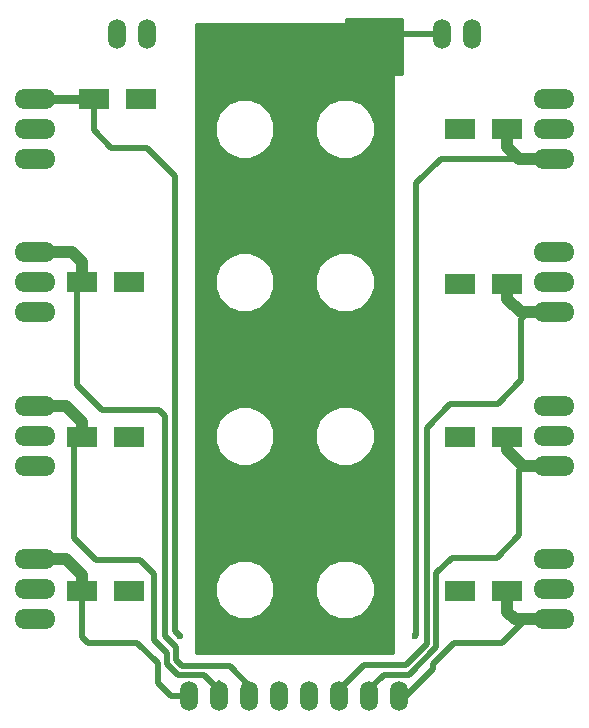
<source format=gbr>
G04 #@! TF.FileFunction,Copper,L1,Top,Signal*
%FSLAX46Y46*%
G04 Gerber Fmt 4.6, Leading zero omitted, Abs format (unit mm)*
G04 Created by KiCad (PCBNEW 4.0.4-stable) date 11/29/17 11:53:15*
%MOMM*%
%LPD*%
G01*
G04 APERTURE LIST*
%ADD10C,0.100000*%
%ADD11O,3.500120X1.699260*%
%ADD12O,1.520000X2.520000*%
%ADD13R,2.500000X1.800000*%
%ADD14C,0.600000*%
%ADD15C,0.250000*%
%ADD16C,0.500000*%
%ADD17C,0.350000*%
%ADD18C,1.000000*%
%ADD19C,0.750000*%
%ADD20C,0.254000*%
G04 APERTURE END LIST*
D10*
D11*
X177000000Y-93000000D03*
X177000000Y-95540000D03*
X177000000Y-90460000D03*
X177000000Y-80000000D03*
X177000000Y-82540000D03*
X177000000Y-77460000D03*
X133000000Y-80000000D03*
X133000000Y-77460000D03*
X133000000Y-82540000D03*
D12*
X140000000Y-72000000D03*
X142540000Y-72000000D03*
X170000000Y-72000000D03*
X167460000Y-72000000D03*
D11*
X177000000Y-119000000D03*
X177000000Y-121540000D03*
X177000000Y-116460000D03*
X177000000Y-106000000D03*
X177000000Y-108540000D03*
X177000000Y-103460000D03*
X133000000Y-93000000D03*
X133000000Y-90460000D03*
X133000000Y-95540000D03*
X133000000Y-106000000D03*
X133000000Y-103460000D03*
X133000000Y-108540000D03*
X133000000Y-119000000D03*
X133000000Y-116460000D03*
X133000000Y-121540000D03*
D12*
X146100000Y-128000000D03*
X148640000Y-128000000D03*
X151180000Y-128000000D03*
X153720000Y-128000000D03*
X156260000Y-128000000D03*
X158800000Y-128000000D03*
X161340000Y-128000000D03*
X163880000Y-128000000D03*
D13*
X173000000Y-119100000D03*
X169000000Y-119100000D03*
X173000000Y-106100000D03*
X169000000Y-106100000D03*
X173000000Y-93100000D03*
X169000000Y-93100000D03*
X173000000Y-80000000D03*
X169000000Y-80000000D03*
X138000000Y-77500000D03*
X142000000Y-77500000D03*
X137000000Y-93000000D03*
X141000000Y-93000000D03*
X137000000Y-106100000D03*
X141000000Y-106100000D03*
X137000000Y-119100000D03*
X141000000Y-119100000D03*
D14*
X142900000Y-77500000D03*
X142000000Y-77500000D03*
X141100000Y-77500000D03*
X141900000Y-93000000D03*
X141900000Y-106100000D03*
X141900000Y-119100000D03*
X168100000Y-119100000D03*
X169000000Y-119100000D03*
X169900000Y-119100000D03*
X168100000Y-80000000D03*
X169000000Y-80000000D03*
X169900000Y-80000000D03*
X168100000Y-93100000D03*
X169000000Y-93100000D03*
X169900000Y-93100000D03*
X168100000Y-106100000D03*
X169000000Y-106100000D03*
X169900000Y-106100000D03*
X140100000Y-93000000D03*
X141000000Y-93000000D03*
X141000000Y-106100000D03*
X140100000Y-106100000D03*
X140100000Y-119100000D03*
X141000000Y-119100000D03*
X159000000Y-114500000D03*
X160000000Y-114500000D03*
X161000000Y-114500000D03*
X162000000Y-114500000D03*
X163000000Y-114500000D03*
X163000000Y-113500000D03*
X163000000Y-112500000D03*
X163000000Y-111500000D03*
X163000000Y-110500000D03*
X162000000Y-110500000D03*
X161000000Y-110500000D03*
X160000000Y-110500000D03*
X159000000Y-110500000D03*
X159000000Y-111500000D03*
X160000000Y-111500000D03*
X161000000Y-111500000D03*
X162000000Y-111500000D03*
X162000000Y-112500000D03*
X161000000Y-112500000D03*
X160000000Y-112500000D03*
X159000000Y-112500000D03*
X159000000Y-113500000D03*
X160000000Y-113500000D03*
X161000000Y-113500000D03*
X162000000Y-113500000D03*
X159000000Y-101500000D03*
X160000000Y-101500000D03*
X161000000Y-101500000D03*
X162000000Y-101500000D03*
X163000000Y-101500000D03*
X163000000Y-100500000D03*
X163000000Y-99500000D03*
X163000000Y-98500000D03*
X163000000Y-97500000D03*
X162000000Y-97500000D03*
X161000000Y-97500000D03*
X160000000Y-97500000D03*
X159000000Y-97500000D03*
X159000000Y-98500000D03*
X160000000Y-98500000D03*
X161000000Y-98500000D03*
X162000000Y-98500000D03*
X162000000Y-99500000D03*
X161000000Y-99500000D03*
X160000000Y-99500000D03*
X159000000Y-99500000D03*
X159000000Y-100500000D03*
X160000000Y-100500000D03*
X161000000Y-100500000D03*
X162000000Y-100500000D03*
X163000000Y-88500000D03*
X163000000Y-87500000D03*
X163000000Y-86500000D03*
X163000000Y-85500000D03*
X163000000Y-84500000D03*
X162000000Y-84500000D03*
X161000000Y-84500000D03*
X160000000Y-84500000D03*
X159000000Y-84500000D03*
X162000000Y-88500000D03*
X159000000Y-88500000D03*
X160000000Y-88500000D03*
X161000000Y-88500000D03*
X159000000Y-85500000D03*
X160000000Y-85500000D03*
X161000000Y-85500000D03*
X162000000Y-85500000D03*
X162000000Y-86500000D03*
X161000000Y-86500000D03*
X160000000Y-86500000D03*
X159000000Y-86500000D03*
X159000000Y-87500000D03*
X160000000Y-87500000D03*
X161000000Y-87500000D03*
X162000000Y-87500000D03*
X163750000Y-75000000D03*
X163750000Y-74000000D03*
X163750000Y-73000000D03*
X163750000Y-72000000D03*
X163750000Y-71000000D03*
X159750000Y-71000000D03*
X160750000Y-71000000D03*
X161750000Y-71000000D03*
X162750000Y-71000000D03*
X159750000Y-75000000D03*
X161750000Y-75000000D03*
X160750000Y-75000000D03*
X162750000Y-75000000D03*
X162750000Y-73000000D03*
X161750000Y-73000000D03*
X160750000Y-73000000D03*
X159750000Y-73000000D03*
X159750000Y-74000000D03*
X160750000Y-74000000D03*
X161750000Y-74000000D03*
X162750000Y-74000000D03*
X159750000Y-72000000D03*
X160750000Y-72000000D03*
X161750000Y-72000000D03*
X162750000Y-72000000D03*
X165200000Y-122900000D03*
X145300000Y-122900000D03*
D15*
X142900000Y-77500000D02*
X142000000Y-77500000D01*
X141100000Y-77500000D02*
X142000000Y-77500000D01*
X141900000Y-93000000D02*
X141000000Y-93000000D01*
X141900000Y-106100000D02*
X141000000Y-106100000D01*
X141900000Y-119100000D02*
X141000000Y-119100000D01*
X168100000Y-119100000D02*
X169000000Y-119100000D01*
X169900000Y-119100000D02*
X169000000Y-119100000D01*
X168100000Y-80000000D02*
X169000000Y-80000000D01*
X169900000Y-80000000D02*
X169000000Y-80000000D01*
X168100000Y-93100000D02*
X169000000Y-93100000D01*
X169900000Y-93100000D02*
X169000000Y-93100000D01*
X168100000Y-106100000D02*
X169000000Y-106100000D01*
X169900000Y-106100000D02*
X169000000Y-106100000D01*
X140100000Y-93000000D02*
X141000000Y-93000000D01*
X142000000Y-93000000D02*
X141000000Y-93000000D01*
X140100000Y-106100000D02*
X141000000Y-106100000D01*
X140100000Y-119100000D02*
X141000000Y-119100000D01*
X142000000Y-119100000D02*
X141000000Y-119100000D01*
X160000000Y-114500000D02*
X159000000Y-114500000D01*
X161000000Y-114500000D02*
X162000000Y-114500000D01*
X163000000Y-114500000D02*
X163000000Y-113500000D01*
X163000000Y-112500000D02*
X163000000Y-111500000D01*
X163000000Y-110500000D02*
X162000000Y-110500000D01*
X161000000Y-110500000D02*
X160000000Y-110500000D01*
X159000000Y-111500000D02*
X160000000Y-111500000D01*
X161000000Y-111500000D02*
X162000000Y-111500000D01*
X162000000Y-112500000D02*
X161000000Y-112500000D01*
X160000000Y-112500000D02*
X159000000Y-112500000D01*
X159000000Y-113500000D02*
X160000000Y-113500000D01*
X161000000Y-113500000D02*
X162000000Y-113500000D01*
X160000000Y-101500000D02*
X159000000Y-101500000D01*
X161000000Y-101500000D02*
X162000000Y-101500000D01*
X163000000Y-101500000D02*
X163000000Y-100500000D01*
X163000000Y-99500000D02*
X163000000Y-98500000D01*
X163000000Y-97500000D02*
X162000000Y-97500000D01*
X161000000Y-97500000D02*
X160000000Y-97500000D01*
X159000000Y-98500000D02*
X160000000Y-98500000D01*
X161000000Y-98500000D02*
X162000000Y-98500000D01*
X162000000Y-99500000D02*
X161000000Y-99500000D01*
X160000000Y-99500000D02*
X159000000Y-99500000D01*
X159000000Y-100500000D02*
X160000000Y-100500000D01*
X161000000Y-100500000D02*
X162000000Y-100500000D01*
X163000000Y-87500000D02*
X163000000Y-86500000D01*
X163000000Y-85500000D02*
X163000000Y-84500000D01*
X162000000Y-84500000D02*
X161000000Y-84500000D01*
X160000000Y-84500000D02*
X159000000Y-84500000D01*
X163000000Y-88500000D02*
X162000000Y-88500000D01*
X160000000Y-88500000D02*
X159000000Y-88500000D01*
X161000000Y-88500000D02*
X162000000Y-88500000D01*
X159000000Y-85500000D02*
X160000000Y-85500000D01*
X161000000Y-85500000D02*
X162000000Y-85500000D01*
X162000000Y-86500000D02*
X161000000Y-86500000D01*
X160000000Y-86500000D02*
X159000000Y-86500000D01*
X159000000Y-87500000D02*
X160000000Y-87500000D01*
X161000000Y-87500000D02*
X162000000Y-87500000D01*
D16*
X167460000Y-72000000D02*
X163750000Y-72000000D01*
D17*
X163750000Y-75000000D02*
X162750000Y-75000000D01*
X163750000Y-73000000D02*
X163750000Y-74000000D01*
X163750000Y-71000000D02*
X163750000Y-72000000D01*
X160750000Y-71000000D02*
X159750000Y-71000000D01*
X162750000Y-71000000D02*
X161750000Y-71000000D01*
D15*
X162750000Y-75000000D02*
X161750000Y-75000000D01*
X160750000Y-75000000D02*
X159750000Y-75000000D01*
X162750000Y-73000000D02*
X161750000Y-73000000D01*
X160750000Y-73000000D02*
X159750000Y-73000000D01*
X159750000Y-74000000D02*
X160750000Y-74000000D01*
X161750000Y-74000000D02*
X162750000Y-74000000D01*
X159750000Y-72000000D02*
X160750000Y-72000000D01*
X161750000Y-72000000D02*
X162750000Y-72000000D01*
D18*
X177000000Y-121540000D02*
X173640000Y-121540000D01*
X173000000Y-120900000D02*
X173000000Y-119100000D01*
X173640000Y-121540000D02*
X173000000Y-120900000D01*
D16*
X163880000Y-128000000D02*
X164400000Y-128000000D01*
X164400000Y-128000000D02*
X166700000Y-125700000D01*
X174560000Y-121540000D02*
X177000000Y-121540000D01*
X172600000Y-123500000D02*
X174560000Y-121540000D01*
X168500000Y-123500000D02*
X172600000Y-123500000D01*
X166700000Y-125300000D02*
X168500000Y-123500000D01*
X166700000Y-125700000D02*
X166700000Y-125300000D01*
X163880000Y-128000000D02*
X164000000Y-128000000D01*
X161340000Y-128000000D02*
X161340000Y-127460000D01*
X161340000Y-127460000D02*
X162600000Y-126200000D01*
X174000000Y-108880000D02*
X174340000Y-108540000D01*
X174000000Y-114400000D02*
X174000000Y-108880000D01*
X172100000Y-116300000D02*
X174000000Y-114400000D01*
X168300000Y-116300000D02*
X172100000Y-116300000D01*
X167000000Y-117600000D02*
X168300000Y-116300000D01*
X167000000Y-123900000D02*
X167000000Y-117600000D01*
X164700000Y-126200000D02*
X167000000Y-123900000D01*
X162600000Y-126200000D02*
X164700000Y-126200000D01*
D18*
X177000000Y-108540000D02*
X174340000Y-108540000D01*
X173000000Y-107200000D02*
X173000000Y-106100000D01*
X174340000Y-108540000D02*
X173000000Y-107200000D01*
D16*
X161340000Y-128000000D02*
X161340000Y-127760000D01*
X161340000Y-128000000D02*
X161340000Y-127160000D01*
X175710000Y-108540000D02*
X177000000Y-108540000D01*
X161340000Y-128000000D02*
X161340000Y-127660000D01*
X161340000Y-127000000D02*
X161340000Y-128000000D01*
D18*
X177000000Y-95540000D02*
X174140000Y-95540000D01*
X173000000Y-94400000D02*
X173000000Y-93100000D01*
X174140000Y-95540000D02*
X173000000Y-94400000D01*
D16*
X158800000Y-128000000D02*
X158800000Y-127500000D01*
X158800000Y-127500000D02*
X160900002Y-125399998D01*
X174760000Y-95540000D02*
X177000000Y-95540000D01*
X174200000Y-96100000D02*
X174760000Y-95540000D01*
X174200000Y-101300000D02*
X174200000Y-96100000D01*
X172200000Y-103300000D02*
X174200000Y-101300000D01*
X168200000Y-103300000D02*
X172200000Y-103300000D01*
X166200000Y-105300000D02*
X168200000Y-103300000D01*
X166200000Y-123600000D02*
X166200000Y-105300000D01*
X164400002Y-125399998D02*
X166200000Y-123600000D01*
X160900002Y-125399998D02*
X164400002Y-125399998D01*
X175710000Y-95540000D02*
X177000000Y-95540000D01*
D18*
X177000000Y-82540000D02*
X174040000Y-82540000D01*
X173000000Y-81500000D02*
X173000000Y-80000000D01*
X174040000Y-82540000D02*
X173000000Y-81500000D01*
D16*
X167360000Y-82540000D02*
X177000000Y-82540000D01*
X165300000Y-84600000D02*
X167360000Y-82540000D01*
X165300000Y-122800000D02*
X165300000Y-84600000D01*
X165200000Y-122900000D02*
X165300000Y-122800000D01*
X138000000Y-80100000D02*
X138000000Y-77500000D01*
X139500000Y-81600000D02*
X138000000Y-80100000D01*
X142500000Y-81600000D02*
X139500000Y-81600000D01*
X144900000Y-84000000D02*
X142500000Y-81600000D01*
X144900000Y-122500000D02*
X144900000Y-84000000D01*
X145300000Y-122900000D02*
X144900000Y-122500000D01*
D19*
X133000000Y-77460000D02*
X137960000Y-77460000D01*
X137960000Y-77460000D02*
X138000000Y-77500000D01*
D16*
X133040000Y-77500000D02*
X133000000Y-77460000D01*
D18*
X137000000Y-93000000D02*
X137000000Y-91300000D01*
X136160000Y-90460000D02*
X133000000Y-90460000D01*
X137000000Y-91300000D02*
X136160000Y-90460000D01*
D16*
X151180000Y-128000000D02*
X151180000Y-127180000D01*
X151180000Y-127180000D02*
X149499998Y-125499998D01*
X136600000Y-101700000D02*
X136600000Y-93400000D01*
X138700000Y-103800000D02*
X136600000Y-101700000D01*
X143500000Y-103800000D02*
X138700000Y-103800000D01*
X144000000Y-104300000D02*
X143500000Y-103800000D01*
X144000000Y-122900000D02*
X144000000Y-104300000D01*
X145000000Y-123900000D02*
X144000000Y-122900000D01*
X145000000Y-125000000D02*
X145000000Y-123900000D01*
X145499998Y-125499998D02*
X145000000Y-125000000D01*
X149499998Y-125499998D02*
X145499998Y-125499998D01*
X136600000Y-93400000D02*
X137000000Y-93000000D01*
X148640000Y-128000000D02*
X148640000Y-127540000D01*
X148640000Y-127540000D02*
X147300000Y-126200000D01*
X136300000Y-114600000D02*
X136300000Y-106800000D01*
X138200000Y-116500000D02*
X136300000Y-114600000D01*
X141900000Y-116500000D02*
X138200000Y-116500000D01*
X143100000Y-117700000D02*
X141900000Y-116500000D01*
X143100000Y-123300000D02*
X143100000Y-117700000D01*
X144200000Y-124400000D02*
X143100000Y-123300000D01*
X144200000Y-125300000D02*
X144200000Y-124400000D01*
X145100000Y-126200000D02*
X144200000Y-125300000D01*
X147300000Y-126200000D02*
X145100000Y-126200000D01*
X136300000Y-106800000D02*
X137000000Y-106100000D01*
X148640000Y-128000000D02*
X148640000Y-127640000D01*
D18*
X137000000Y-106100000D02*
X137000000Y-104800000D01*
X135660000Y-103460000D02*
X133000000Y-103460000D01*
X137000000Y-104800000D02*
X135660000Y-103460000D01*
D16*
X148640000Y-128000000D02*
X148640000Y-126890000D01*
X148640000Y-128000000D02*
X148640000Y-127140000D01*
D18*
X137000000Y-119100000D02*
X137000000Y-117800000D01*
X135660000Y-116460000D02*
X133000000Y-116460000D01*
X137000000Y-117800000D02*
X135660000Y-116460000D01*
D16*
X146100000Y-128000000D02*
X144500000Y-128000000D01*
X137000000Y-123000000D02*
X137000000Y-119100000D01*
X137500000Y-123500000D02*
X137000000Y-123000000D01*
X141700000Y-123500000D02*
X137500000Y-123500000D01*
X143400000Y-125200000D02*
X141700000Y-123500000D01*
X143400000Y-126900000D02*
X143400000Y-125200000D01*
X144500000Y-128000000D02*
X143400000Y-126900000D01*
D20*
G36*
X164123000Y-75373000D02*
X163500000Y-75373000D01*
X163450590Y-75383006D01*
X163408965Y-75411447D01*
X163381685Y-75453841D01*
X163373000Y-75500000D01*
X163373000Y-124373000D01*
X146627000Y-124373000D01*
X146627000Y-119502015D01*
X148228641Y-119502015D01*
X148613746Y-120434041D01*
X149326208Y-121147748D01*
X150257561Y-121534479D01*
X151266015Y-121535359D01*
X152198041Y-121150254D01*
X152911748Y-120437792D01*
X153298479Y-119506439D01*
X153298482Y-119502015D01*
X156700641Y-119502015D01*
X157085746Y-120434041D01*
X157798208Y-121147748D01*
X158729561Y-121534479D01*
X159738015Y-121535359D01*
X160670041Y-121150254D01*
X161383748Y-120437792D01*
X161770479Y-119506439D01*
X161771359Y-118497985D01*
X161386254Y-117565959D01*
X160673792Y-116852252D01*
X159742439Y-116465521D01*
X158733985Y-116464641D01*
X157801959Y-116849746D01*
X157088252Y-117562208D01*
X156701521Y-118493561D01*
X156700641Y-119502015D01*
X153298482Y-119502015D01*
X153299359Y-118497985D01*
X152914254Y-117565959D01*
X152201792Y-116852252D01*
X151270439Y-116465521D01*
X150261985Y-116464641D01*
X149329959Y-116849746D01*
X148616252Y-117562208D01*
X148229521Y-118493561D01*
X148228641Y-119502015D01*
X146627000Y-119502015D01*
X146627000Y-106502015D01*
X148228641Y-106502015D01*
X148613746Y-107434041D01*
X149326208Y-108147748D01*
X150257561Y-108534479D01*
X151266015Y-108535359D01*
X152198041Y-108150254D01*
X152911748Y-107437792D01*
X153298479Y-106506439D01*
X153298482Y-106502015D01*
X156700641Y-106502015D01*
X157085746Y-107434041D01*
X157798208Y-108147748D01*
X158729561Y-108534479D01*
X159738015Y-108535359D01*
X160670041Y-108150254D01*
X161383748Y-107437792D01*
X161770479Y-106506439D01*
X161771359Y-105497985D01*
X161386254Y-104565959D01*
X160673792Y-103852252D01*
X159742439Y-103465521D01*
X158733985Y-103464641D01*
X157801959Y-103849746D01*
X157088252Y-104562208D01*
X156701521Y-105493561D01*
X156700641Y-106502015D01*
X153298482Y-106502015D01*
X153299359Y-105497985D01*
X152914254Y-104565959D01*
X152201792Y-103852252D01*
X151270439Y-103465521D01*
X150261985Y-103464641D01*
X149329959Y-103849746D01*
X148616252Y-104562208D01*
X148229521Y-105493561D01*
X148228641Y-106502015D01*
X146627000Y-106502015D01*
X146627000Y-93502015D01*
X148228641Y-93502015D01*
X148613746Y-94434041D01*
X149326208Y-95147748D01*
X150257561Y-95534479D01*
X151266015Y-95535359D01*
X152198041Y-95150254D01*
X152911748Y-94437792D01*
X153298479Y-93506439D01*
X153298482Y-93502015D01*
X156700641Y-93502015D01*
X157085746Y-94434041D01*
X157798208Y-95147748D01*
X158729561Y-95534479D01*
X159738015Y-95535359D01*
X160670041Y-95150254D01*
X161383748Y-94437792D01*
X161770479Y-93506439D01*
X161771359Y-92497985D01*
X161386254Y-91565959D01*
X160673792Y-90852252D01*
X159742439Y-90465521D01*
X158733985Y-90464641D01*
X157801959Y-90849746D01*
X157088252Y-91562208D01*
X156701521Y-92493561D01*
X156700641Y-93502015D01*
X153298482Y-93502015D01*
X153299359Y-92497985D01*
X152914254Y-91565959D01*
X152201792Y-90852252D01*
X151270439Y-90465521D01*
X150261985Y-90464641D01*
X149329959Y-90849746D01*
X148616252Y-91562208D01*
X148229521Y-92493561D01*
X148228641Y-93502015D01*
X146627000Y-93502015D01*
X146627000Y-80502015D01*
X148228641Y-80502015D01*
X148613746Y-81434041D01*
X149326208Y-82147748D01*
X150257561Y-82534479D01*
X151266015Y-82535359D01*
X152198041Y-82150254D01*
X152911748Y-81437792D01*
X153298479Y-80506439D01*
X153298482Y-80502015D01*
X156700641Y-80502015D01*
X157085746Y-81434041D01*
X157798208Y-82147748D01*
X158729561Y-82534479D01*
X159738015Y-82535359D01*
X160670041Y-82150254D01*
X161383748Y-81437792D01*
X161770479Y-80506439D01*
X161771359Y-79497985D01*
X161386254Y-78565959D01*
X160673792Y-77852252D01*
X159742439Y-77465521D01*
X158733985Y-77464641D01*
X157801959Y-77849746D01*
X157088252Y-78562208D01*
X156701521Y-79493561D01*
X156700641Y-80502015D01*
X153298482Y-80502015D01*
X153299359Y-79497985D01*
X152914254Y-78565959D01*
X152201792Y-77852252D01*
X151270439Y-77465521D01*
X150261985Y-77464641D01*
X149329959Y-77849746D01*
X148616252Y-78562208D01*
X148229521Y-79493561D01*
X148228641Y-80502015D01*
X146627000Y-80502015D01*
X146627000Y-71127000D01*
X159250000Y-71127000D01*
X159299410Y-71116994D01*
X159341035Y-71088553D01*
X159368315Y-71046159D01*
X159377000Y-71000000D01*
X159377000Y-70710000D01*
X164123000Y-70710000D01*
X164123000Y-75373000D01*
X164123000Y-75373000D01*
G37*
X164123000Y-75373000D02*
X163500000Y-75373000D01*
X163450590Y-75383006D01*
X163408965Y-75411447D01*
X163381685Y-75453841D01*
X163373000Y-75500000D01*
X163373000Y-124373000D01*
X146627000Y-124373000D01*
X146627000Y-119502015D01*
X148228641Y-119502015D01*
X148613746Y-120434041D01*
X149326208Y-121147748D01*
X150257561Y-121534479D01*
X151266015Y-121535359D01*
X152198041Y-121150254D01*
X152911748Y-120437792D01*
X153298479Y-119506439D01*
X153298482Y-119502015D01*
X156700641Y-119502015D01*
X157085746Y-120434041D01*
X157798208Y-121147748D01*
X158729561Y-121534479D01*
X159738015Y-121535359D01*
X160670041Y-121150254D01*
X161383748Y-120437792D01*
X161770479Y-119506439D01*
X161771359Y-118497985D01*
X161386254Y-117565959D01*
X160673792Y-116852252D01*
X159742439Y-116465521D01*
X158733985Y-116464641D01*
X157801959Y-116849746D01*
X157088252Y-117562208D01*
X156701521Y-118493561D01*
X156700641Y-119502015D01*
X153298482Y-119502015D01*
X153299359Y-118497985D01*
X152914254Y-117565959D01*
X152201792Y-116852252D01*
X151270439Y-116465521D01*
X150261985Y-116464641D01*
X149329959Y-116849746D01*
X148616252Y-117562208D01*
X148229521Y-118493561D01*
X148228641Y-119502015D01*
X146627000Y-119502015D01*
X146627000Y-106502015D01*
X148228641Y-106502015D01*
X148613746Y-107434041D01*
X149326208Y-108147748D01*
X150257561Y-108534479D01*
X151266015Y-108535359D01*
X152198041Y-108150254D01*
X152911748Y-107437792D01*
X153298479Y-106506439D01*
X153298482Y-106502015D01*
X156700641Y-106502015D01*
X157085746Y-107434041D01*
X157798208Y-108147748D01*
X158729561Y-108534479D01*
X159738015Y-108535359D01*
X160670041Y-108150254D01*
X161383748Y-107437792D01*
X161770479Y-106506439D01*
X161771359Y-105497985D01*
X161386254Y-104565959D01*
X160673792Y-103852252D01*
X159742439Y-103465521D01*
X158733985Y-103464641D01*
X157801959Y-103849746D01*
X157088252Y-104562208D01*
X156701521Y-105493561D01*
X156700641Y-106502015D01*
X153298482Y-106502015D01*
X153299359Y-105497985D01*
X152914254Y-104565959D01*
X152201792Y-103852252D01*
X151270439Y-103465521D01*
X150261985Y-103464641D01*
X149329959Y-103849746D01*
X148616252Y-104562208D01*
X148229521Y-105493561D01*
X148228641Y-106502015D01*
X146627000Y-106502015D01*
X146627000Y-93502015D01*
X148228641Y-93502015D01*
X148613746Y-94434041D01*
X149326208Y-95147748D01*
X150257561Y-95534479D01*
X151266015Y-95535359D01*
X152198041Y-95150254D01*
X152911748Y-94437792D01*
X153298479Y-93506439D01*
X153298482Y-93502015D01*
X156700641Y-93502015D01*
X157085746Y-94434041D01*
X157798208Y-95147748D01*
X158729561Y-95534479D01*
X159738015Y-95535359D01*
X160670041Y-95150254D01*
X161383748Y-94437792D01*
X161770479Y-93506439D01*
X161771359Y-92497985D01*
X161386254Y-91565959D01*
X160673792Y-90852252D01*
X159742439Y-90465521D01*
X158733985Y-90464641D01*
X157801959Y-90849746D01*
X157088252Y-91562208D01*
X156701521Y-92493561D01*
X156700641Y-93502015D01*
X153298482Y-93502015D01*
X153299359Y-92497985D01*
X152914254Y-91565959D01*
X152201792Y-90852252D01*
X151270439Y-90465521D01*
X150261985Y-90464641D01*
X149329959Y-90849746D01*
X148616252Y-91562208D01*
X148229521Y-92493561D01*
X148228641Y-93502015D01*
X146627000Y-93502015D01*
X146627000Y-80502015D01*
X148228641Y-80502015D01*
X148613746Y-81434041D01*
X149326208Y-82147748D01*
X150257561Y-82534479D01*
X151266015Y-82535359D01*
X152198041Y-82150254D01*
X152911748Y-81437792D01*
X153298479Y-80506439D01*
X153298482Y-80502015D01*
X156700641Y-80502015D01*
X157085746Y-81434041D01*
X157798208Y-82147748D01*
X158729561Y-82534479D01*
X159738015Y-82535359D01*
X160670041Y-82150254D01*
X161383748Y-81437792D01*
X161770479Y-80506439D01*
X161771359Y-79497985D01*
X161386254Y-78565959D01*
X160673792Y-77852252D01*
X159742439Y-77465521D01*
X158733985Y-77464641D01*
X157801959Y-77849746D01*
X157088252Y-78562208D01*
X156701521Y-79493561D01*
X156700641Y-80502015D01*
X153298482Y-80502015D01*
X153299359Y-79497985D01*
X152914254Y-78565959D01*
X152201792Y-77852252D01*
X151270439Y-77465521D01*
X150261985Y-77464641D01*
X149329959Y-77849746D01*
X148616252Y-78562208D01*
X148229521Y-79493561D01*
X148228641Y-80502015D01*
X146627000Y-80502015D01*
X146627000Y-71127000D01*
X159250000Y-71127000D01*
X159299410Y-71116994D01*
X159341035Y-71088553D01*
X159368315Y-71046159D01*
X159377000Y-71000000D01*
X159377000Y-70710000D01*
X164123000Y-70710000D01*
X164123000Y-75373000D01*
M02*

</source>
